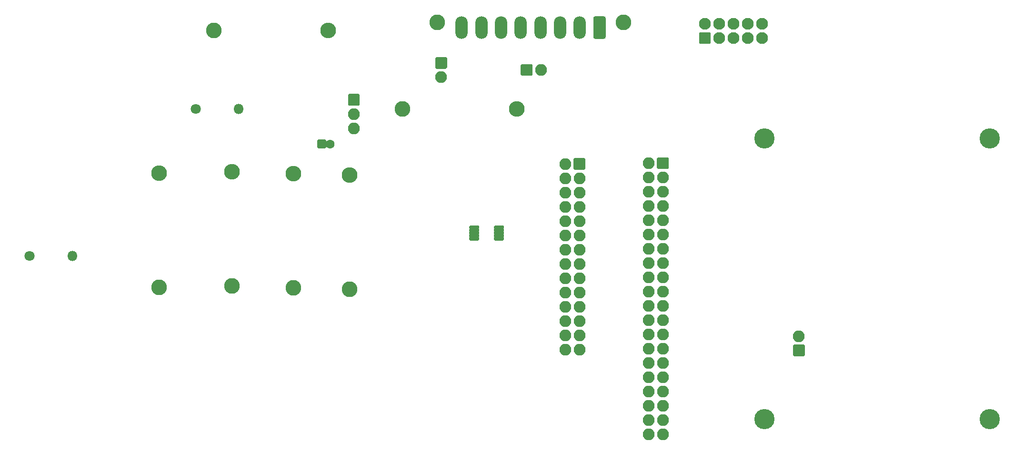
<source format=gbr>
%TF.GenerationSoftware,KiCad,Pcbnew,(5.1.9-0-10_14)*%
%TF.CreationDate,2021-02-20T16:02:38+00:00*%
%TF.ProjectId,base8x,62617365-3878-42e6-9b69-6361645f7063,rev?*%
%TF.SameCoordinates,Original*%
%TF.FileFunction,Soldermask,Bot*%
%TF.FilePolarity,Negative*%
%FSLAX46Y46*%
G04 Gerber Fmt 4.6, Leading zero omitted, Abs format (unit mm)*
G04 Created by KiCad (PCBNEW (5.1.9-0-10_14)) date 2021-02-20 16:02:38*
%MOMM*%
%LPD*%
G01*
G04 APERTURE LIST*
%ADD10C,3.600000*%
%ADD11O,2.100000X2.100000*%
%ADD12O,1.800000X1.800000*%
%ADD13C,1.800000*%
%ADD14O,2.800000X2.800000*%
%ADD15C,2.800000*%
%ADD16C,2.100000*%
%ADD17O,2.200000X4.000000*%
%ADD18C,1.600000*%
G04 APERTURE END LIST*
D10*
%TO.C,REF\u002A\u002A*%
X-165000000Y-100000000D03*
%TD*%
%TO.C,REF\u002A\u002A*%
X-165000000Y-50000000D03*
%TD*%
%TO.C,REF\u002A\u002A*%
X-205000000Y-50000000D03*
%TD*%
%TO.C,REF\u002A\u002A*%
X-205000000Y-100000000D03*
%TD*%
D11*
%TO.C,Raspberry_header1*%
X-225640000Y-102690000D03*
X-223100000Y-102690000D03*
X-225640000Y-100150000D03*
X-223100000Y-100150000D03*
X-225640000Y-97610000D03*
X-223100000Y-97610000D03*
X-225640000Y-95070000D03*
X-223100000Y-95070000D03*
X-225640000Y-92530000D03*
X-223100000Y-92530000D03*
X-225640000Y-89990000D03*
X-223100000Y-89990000D03*
X-225640000Y-87450000D03*
X-223100000Y-87450000D03*
X-225640000Y-84910000D03*
X-223100000Y-84910000D03*
X-225640000Y-82370000D03*
X-223100000Y-82370000D03*
X-225640000Y-79830000D03*
X-223100000Y-79830000D03*
X-225640000Y-77290000D03*
X-223100000Y-77290000D03*
X-225640000Y-74750000D03*
X-223100000Y-74750000D03*
X-225640000Y-72210000D03*
X-223100000Y-72210000D03*
X-225640000Y-69670000D03*
X-223100000Y-69670000D03*
X-225640000Y-67130000D03*
X-223100000Y-67130000D03*
X-225640000Y-64590000D03*
X-223100000Y-64590000D03*
X-225640000Y-62050000D03*
X-223100000Y-62050000D03*
X-225640000Y-59510000D03*
X-223100000Y-59510000D03*
X-225640000Y-56970000D03*
X-223100000Y-56970000D03*
X-225640000Y-54430000D03*
G36*
G01*
X-224150000Y-55280000D02*
X-224150000Y-53580000D01*
G75*
G02*
X-223950000Y-53380000I200000J0D01*
G01*
X-222250000Y-53380000D01*
G75*
G02*
X-222050000Y-53580000I0J-200000D01*
G01*
X-222050000Y-55280000D01*
G75*
G02*
X-222250000Y-55480000I-200000J0D01*
G01*
X-223950000Y-55480000D01*
G75*
G02*
X-224150000Y-55280000I0J200000D01*
G01*
G37*
%TD*%
D12*
%TO.C,D2*%
X-328071640Y-70898520D03*
D13*
X-335691640Y-70898520D03*
%TD*%
D12*
%TO.C,D1*%
X-298550000Y-44800000D03*
D13*
X-306170000Y-44800000D03*
%TD*%
D14*
%TO.C,Resistor1*%
X-282550000Y-30810000D03*
D15*
X-302870000Y-30810000D03*
%TD*%
D14*
%TO.C,R5*%
X-249021600Y-44780200D03*
D15*
X-269341600Y-44780200D03*
%TD*%
D14*
%TO.C,R4*%
X-299690000Y-55970000D03*
D15*
X-299690000Y-76290000D03*
%TD*%
D14*
%TO.C,R3*%
X-278810000Y-56580000D03*
D15*
X-278810000Y-76900000D03*
%TD*%
D14*
%TO.C,R2*%
X-312650000Y-56200000D03*
D15*
X-312650000Y-76520000D03*
%TD*%
D14*
%TO.C,R1*%
X-288790000Y-56280000D03*
D15*
X-288790000Y-76600000D03*
%TD*%
%TO.C,J1*%
G36*
G01*
X-214879423Y-33206400D02*
X-216361777Y-33206400D01*
G75*
G02*
X-216670600Y-32897577I0J308823D01*
G01*
X-216670600Y-31415223D01*
G75*
G02*
X-216361777Y-31106400I308823J0D01*
G01*
X-214879423Y-31106400D01*
G75*
G02*
X-214570600Y-31415223I0J-308823D01*
G01*
X-214570600Y-32897577D01*
G75*
G02*
X-214879423Y-33206400I-308823J0D01*
G01*
G37*
D16*
X-213080600Y-32156400D03*
X-210540600Y-32156400D03*
X-208000600Y-32156400D03*
X-205460600Y-32156400D03*
X-215620600Y-29616400D03*
X-213080600Y-29616400D03*
X-210540600Y-29616400D03*
X-208000600Y-29616400D03*
X-205460600Y-29616400D03*
%TD*%
%TO.C,J3*%
G36*
G01*
X-238960000Y-55420000D02*
X-238960000Y-53720000D01*
G75*
G02*
X-238760000Y-53520000I200000J0D01*
G01*
X-237060000Y-53520000D01*
G75*
G02*
X-236860000Y-53720000I0J-200000D01*
G01*
X-236860000Y-55420000D01*
G75*
G02*
X-237060000Y-55620000I-200000J0D01*
G01*
X-238760000Y-55620000D01*
G75*
G02*
X-238960000Y-55420000I0J200000D01*
G01*
G37*
D11*
X-240450000Y-54570000D03*
X-237910000Y-57110000D03*
X-240450000Y-57110000D03*
X-237910000Y-59650000D03*
X-240450000Y-59650000D03*
X-237910000Y-62190000D03*
X-240450000Y-62190000D03*
X-237910000Y-64730000D03*
X-240450000Y-64730000D03*
X-237910000Y-67270000D03*
X-240450000Y-67270000D03*
X-237910000Y-69810000D03*
X-240450000Y-69810000D03*
X-237910000Y-72350000D03*
X-240450000Y-72350000D03*
X-237910000Y-74890000D03*
X-240450000Y-74890000D03*
X-237910000Y-77430000D03*
X-240450000Y-77430000D03*
X-237910000Y-79970000D03*
X-240450000Y-79970000D03*
X-237910000Y-82510000D03*
X-240450000Y-82510000D03*
X-237910000Y-85050000D03*
X-240450000Y-85050000D03*
X-237910000Y-87590000D03*
X-240450000Y-87590000D03*
%TD*%
%TO.C,J9*%
G36*
G01*
X-233265800Y-28607755D02*
X-233265800Y-31996645D01*
G75*
G02*
X-233571355Y-32302200I-305555J0D01*
G01*
X-235160245Y-32302200D01*
G75*
G02*
X-235465800Y-31996645I0J305555D01*
G01*
X-235465800Y-28607755D01*
G75*
G02*
X-235160245Y-28302200I305555J0D01*
G01*
X-233571355Y-28302200D01*
G75*
G02*
X-233265800Y-28607755I0J-305555D01*
G01*
G37*
D17*
X-237865800Y-30302200D03*
X-241365800Y-30302200D03*
X-244865800Y-30302200D03*
X-248365800Y-30302200D03*
X-251865800Y-30302200D03*
X-255365800Y-30302200D03*
X-258865800Y-30302200D03*
D15*
X-230065800Y-29402200D03*
X-263165800Y-29402200D03*
%TD*%
D11*
%TO.C,P3*%
X-262500000Y-39120000D03*
G36*
G01*
X-263550000Y-37430000D02*
X-263550000Y-35730000D01*
G75*
G02*
X-263350000Y-35530000I200000J0D01*
G01*
X-261650000Y-35530000D01*
G75*
G02*
X-261450000Y-35730000I0J-200000D01*
G01*
X-261450000Y-37430000D01*
G75*
G02*
X-261650000Y-37630000I-200000J0D01*
G01*
X-263350000Y-37630000D01*
G75*
G02*
X-263550000Y-37430000I0J200000D01*
G01*
G37*
%TD*%
%TO.C,P4*%
G36*
G01*
X-246450000Y-38890000D02*
X-248150000Y-38890000D01*
G75*
G02*
X-248350000Y-38690000I0J200000D01*
G01*
X-248350000Y-36990000D01*
G75*
G02*
X-248150000Y-36790000I200000J0D01*
G01*
X-246450000Y-36790000D01*
G75*
G02*
X-246250000Y-36990000I0J-200000D01*
G01*
X-246250000Y-38690000D01*
G75*
G02*
X-246450000Y-38890000I-200000J0D01*
G01*
G37*
X-244760000Y-37840000D03*
%TD*%
%TO.C,Temp_sensor1*%
G36*
G01*
X-279070000Y-44000000D02*
X-279070000Y-42300000D01*
G75*
G02*
X-278870000Y-42100000I200000J0D01*
G01*
X-277170000Y-42100000D01*
G75*
G02*
X-276970000Y-42300000I0J-200000D01*
G01*
X-276970000Y-44000000D01*
G75*
G02*
X-277170000Y-44200000I-200000J0D01*
G01*
X-278870000Y-44200000D01*
G75*
G02*
X-279070000Y-44000000I0J200000D01*
G01*
G37*
X-278020000Y-45690000D03*
X-278020000Y-48230000D03*
%TD*%
%TO.C,U1*%
G36*
G01*
X-257530000Y-68000000D02*
X-257530000Y-67700000D01*
G75*
G02*
X-257330000Y-67500000I200000J0D01*
G01*
X-255930000Y-67500000D01*
G75*
G02*
X-255730000Y-67700000I0J-200000D01*
G01*
X-255730000Y-68000000D01*
G75*
G02*
X-255930000Y-68200000I-200000J0D01*
G01*
X-257330000Y-68200000D01*
G75*
G02*
X-257530000Y-68000000I0J200000D01*
G01*
G37*
G36*
G01*
X-257530000Y-67500000D02*
X-257530000Y-67200000D01*
G75*
G02*
X-257330000Y-67000000I200000J0D01*
G01*
X-255930000Y-67000000D01*
G75*
G02*
X-255730000Y-67200000I0J-200000D01*
G01*
X-255730000Y-67500000D01*
G75*
G02*
X-255930000Y-67700000I-200000J0D01*
G01*
X-257330000Y-67700000D01*
G75*
G02*
X-257530000Y-67500000I0J200000D01*
G01*
G37*
G36*
G01*
X-257530000Y-67000000D02*
X-257530000Y-66700000D01*
G75*
G02*
X-257330000Y-66500000I200000J0D01*
G01*
X-255930000Y-66500000D01*
G75*
G02*
X-255730000Y-66700000I0J-200000D01*
G01*
X-255730000Y-67000000D01*
G75*
G02*
X-255930000Y-67200000I-200000J0D01*
G01*
X-257330000Y-67200000D01*
G75*
G02*
X-257530000Y-67000000I0J200000D01*
G01*
G37*
G36*
G01*
X-257530000Y-66500000D02*
X-257530000Y-66200000D01*
G75*
G02*
X-257330000Y-66000000I200000J0D01*
G01*
X-255930000Y-66000000D01*
G75*
G02*
X-255730000Y-66200000I0J-200000D01*
G01*
X-255730000Y-66500000D01*
G75*
G02*
X-255930000Y-66700000I-200000J0D01*
G01*
X-257330000Y-66700000D01*
G75*
G02*
X-257530000Y-66500000I0J200000D01*
G01*
G37*
G36*
G01*
X-257530000Y-66000000D02*
X-257530000Y-65700000D01*
G75*
G02*
X-257330000Y-65500000I200000J0D01*
G01*
X-255930000Y-65500000D01*
G75*
G02*
X-255730000Y-65700000I0J-200000D01*
G01*
X-255730000Y-66000000D01*
G75*
G02*
X-255930000Y-66200000I-200000J0D01*
G01*
X-257330000Y-66200000D01*
G75*
G02*
X-257530000Y-66000000I0J200000D01*
G01*
G37*
G36*
G01*
X-253130000Y-66000000D02*
X-253130000Y-65700000D01*
G75*
G02*
X-252930000Y-65500000I200000J0D01*
G01*
X-251530000Y-65500000D01*
G75*
G02*
X-251330000Y-65700000I0J-200000D01*
G01*
X-251330000Y-66000000D01*
G75*
G02*
X-251530000Y-66200000I-200000J0D01*
G01*
X-252930000Y-66200000D01*
G75*
G02*
X-253130000Y-66000000I0J200000D01*
G01*
G37*
G36*
G01*
X-253130000Y-66500000D02*
X-253130000Y-66200000D01*
G75*
G02*
X-252930000Y-66000000I200000J0D01*
G01*
X-251530000Y-66000000D01*
G75*
G02*
X-251330000Y-66200000I0J-200000D01*
G01*
X-251330000Y-66500000D01*
G75*
G02*
X-251530000Y-66700000I-200000J0D01*
G01*
X-252930000Y-66700000D01*
G75*
G02*
X-253130000Y-66500000I0J200000D01*
G01*
G37*
G36*
G01*
X-253130000Y-67000000D02*
X-253130000Y-66700000D01*
G75*
G02*
X-252930000Y-66500000I200000J0D01*
G01*
X-251530000Y-66500000D01*
G75*
G02*
X-251330000Y-66700000I0J-200000D01*
G01*
X-251330000Y-67000000D01*
G75*
G02*
X-251530000Y-67200000I-200000J0D01*
G01*
X-252930000Y-67200000D01*
G75*
G02*
X-253130000Y-67000000I0J200000D01*
G01*
G37*
G36*
G01*
X-253130000Y-67500000D02*
X-253130000Y-67200000D01*
G75*
G02*
X-252930000Y-67000000I200000J0D01*
G01*
X-251530000Y-67000000D01*
G75*
G02*
X-251330000Y-67200000I0J-200000D01*
G01*
X-251330000Y-67500000D01*
G75*
G02*
X-251530000Y-67700000I-200000J0D01*
G01*
X-252930000Y-67700000D01*
G75*
G02*
X-253130000Y-67500000I0J200000D01*
G01*
G37*
G36*
G01*
X-253130000Y-68000000D02*
X-253130000Y-67700000D01*
G75*
G02*
X-252930000Y-67500000I200000J0D01*
G01*
X-251530000Y-67500000D01*
G75*
G02*
X-251330000Y-67700000I0J-200000D01*
G01*
X-251330000Y-68000000D01*
G75*
G02*
X-251530000Y-68200000I-200000J0D01*
G01*
X-252930000Y-68200000D01*
G75*
G02*
X-253130000Y-68000000I0J200000D01*
G01*
G37*
%TD*%
%TO.C,C1*%
G36*
G01*
X-284518000Y-51603200D02*
X-284518000Y-50403200D01*
G75*
G02*
X-284318000Y-50203200I200000J0D01*
G01*
X-283118000Y-50203200D01*
G75*
G02*
X-282918000Y-50403200I0J-200000D01*
G01*
X-282918000Y-51603200D01*
G75*
G02*
X-283118000Y-51803200I-200000J0D01*
G01*
X-284318000Y-51803200D01*
G75*
G02*
X-284518000Y-51603200I0J200000D01*
G01*
G37*
D18*
X-282218000Y-51003200D03*
%TD*%
%TO.C,J5*%
G36*
G01*
X-197880000Y-86900000D02*
X-197880000Y-88600000D01*
G75*
G02*
X-198080000Y-88800000I-200000J0D01*
G01*
X-199780000Y-88800000D01*
G75*
G02*
X-199980000Y-88600000I0J200000D01*
G01*
X-199980000Y-86900000D01*
G75*
G02*
X-199780000Y-86700000I200000J0D01*
G01*
X-198080000Y-86700000D01*
G75*
G02*
X-197880000Y-86900000I0J-200000D01*
G01*
G37*
D11*
X-198930000Y-85210000D03*
%TD*%
M02*

</source>
